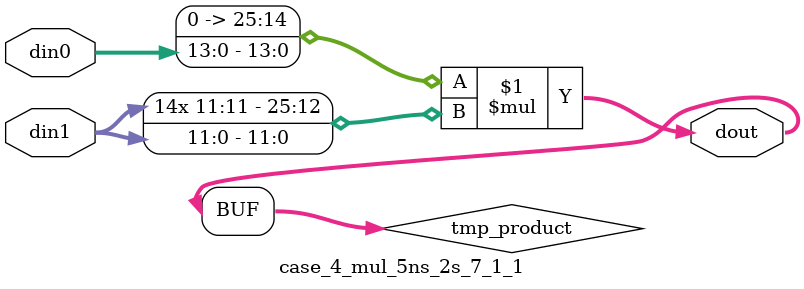
<source format=v>

`timescale 1 ns / 1 ps

 (* use_dsp = "no" *)  module case_4_mul_5ns_2s_7_1_1(din0, din1, dout);
parameter ID = 1;
parameter NUM_STAGE = 0;
parameter din0_WIDTH = 14;
parameter din1_WIDTH = 12;
parameter dout_WIDTH = 26;

input [din0_WIDTH - 1 : 0] din0; 
input [din1_WIDTH - 1 : 0] din1; 
output [dout_WIDTH - 1 : 0] dout;

wire signed [dout_WIDTH - 1 : 0] tmp_product;

























assign tmp_product = $signed({1'b0, din0}) * $signed(din1);










assign dout = tmp_product;





















endmodule

</source>
